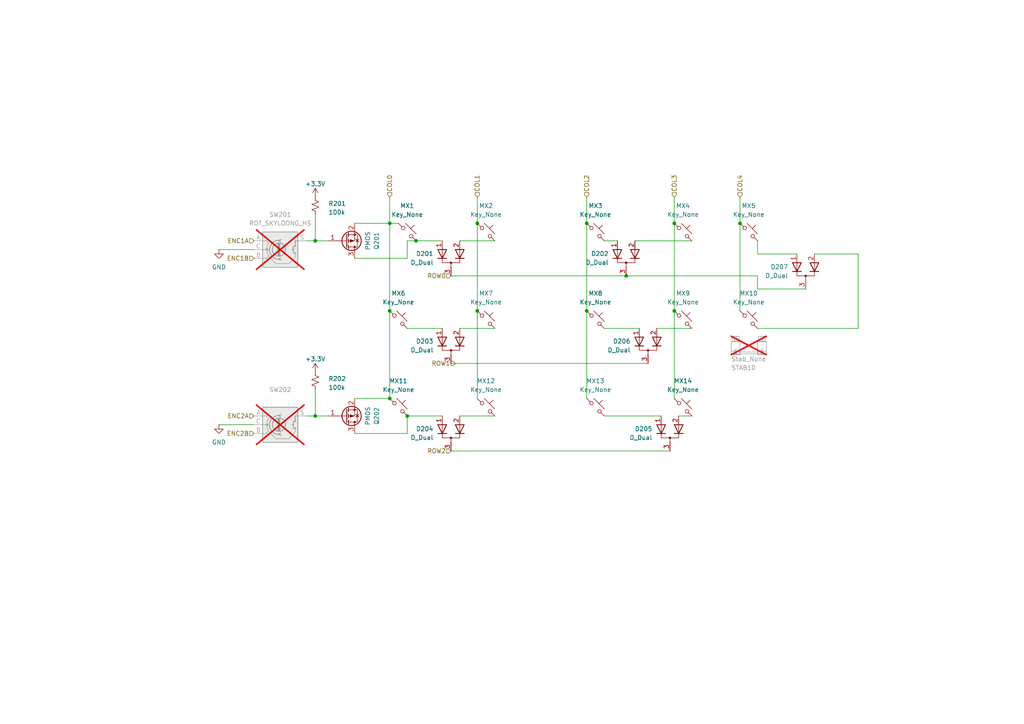
<source format=kicad_sch>
(kicad_sch (version 20231120) (generator "eeschema") (generator_version "8.0")
  (paper "A4")
  (lib_symbols
    (symbol "Device:D_Dual_CommonCathode_AAK_Parallel" (pin_names (offset 0.762) hide)
      (property "Reference" "D" (at 0 5.08 0))
      (property "Value" "D_Dual_CommonCathode_AAK_Parallel" (at 0 -5.08 0))
      (symbol "D_Dual_CommonCathode_AAK_Parallel_0_0"
        (polyline (pts (xy 0 -1.27) (xy 0 -3.81)) (stroke (width 0.254)))
        (polyline (pts (xy 0 1.27) (xy 0 3.81)) (stroke (width 0.254)))
      )
      (symbol "D_Dual_CommonCathode_AAK_Parallel_0_1"
        (polyline (pts (xy 1.27 0) (xy 2.54 0)))
        (polyline (pts (xy -2.54 -2.54) (xy 1.27 -2.54) (xy 1.27 2.54) (xy -2.54 2.54)))
        (polyline (pts (xy -2.54 -1.27) (xy 0 -2.54) (xy -2.54 -3.81) (xy -2.54 -1.27) (xy -2.54 -1.27) (xy -2.54 -1.27)) (stroke (width 0.254)))
        (polyline (pts (xy -2.54 3.81) (xy 0 2.54) (xy -2.54 1.27) (xy -2.54 3.81) (xy -2.54 3.81) (xy -2.54 3.81)) (stroke (width 0.254)))
        (circle (center 1.27 0) (radius 0.254) (fill (type outline)))
        (pin passive line (at -5.08 2.54 0) (length 2.54) (name "K") (number "1"))
        (pin passive line (at -5.08 -2.54 0) (length 2.54) (name "K") (number "2"))
        (pin passive line (at 5.08 0 180) (length 2.54) (name "A") (number "3"))
      )
    )
    (symbol "Device:Q_PMOS_GSD" (pin_names (offset 0) hide)
      (property "Reference" "Q" (at 5.08 1.27 0))
      (property "Value" "Q_PMOS_GSD" (at 5.08 -1.27 0))
      (symbol "Q_PMOS_GSD_0_1"
        (polyline (pts (xy 0.254 0) (xy -2.54 0)))
        (polyline (pts (xy 0.254 1.905) (xy 0.254 -1.905)) (stroke (width 0.254)))
        (polyline (pts (xy 0.762 -1.27) (xy 0.762 -2.286)) (stroke (width 0.254)))
        (polyline (pts (xy 0.762 0.508) (xy 0.762 -0.508)) (stroke (width 0.254)))
        (polyline (pts (xy 0.762 2.286) (xy 0.762 1.27)) (stroke (width 0.254)))
        (polyline (pts (xy 2.54 2.54) (xy 2.54 1.778)))
        (polyline (pts (xy 2.54 -2.54) (xy 2.54 0) (xy 0.762 0)))
        (polyline (pts (xy 0.762 1.778) (xy 3.302 1.778) (xy 3.302 -1.778) (xy 0.762 -1.778)))
        (polyline (pts (xy 2.286 0) (xy 1.27 0.381) (xy 1.27 -0.381) (xy 2.286 0)) (fill (type outline)))
        (polyline (pts (xy 2.794 -0.508) (xy 2.921 -0.381) (xy 3.683 -0.381) (xy 3.81 -0.254)))
        (polyline (pts (xy 3.302 -0.381) (xy 2.921 0.254) (xy 3.683 0.254) (xy 3.302 -0.381)))
        (circle (center 1.651 0) (radius 2.794) (stroke (width 0.254)))
        (circle (center 2.54 -1.778) (radius 0.254) (fill (type outline)))
        (circle (center 2.54 1.778) (radius 0.254) (fill (type outline)))
      )
      (symbol "Q_PMOS_GSD_1_1"
        (pin input line (at -5.08 0 0) (length 2.54) (name "G") (number "1"))
        (pin passive line (at 2.54 -5.08 90) (length 2.54) (name "S") (number "2"))
        (pin passive line (at 2.54 5.08 270) (length 2.54) (name "D") (number "3"))
      )
    )
    (symbol "Device:R_Small_US" (pin_numbers hide) (pin_names (offset 0.254) hide)
      (property "Reference" "R" (at 0.762 0.508 0))
      (property "Value" "R_Small_US" (at 0.762 -1.016 0))
      (symbol "R_Small_US_1_1"
        (polyline (pts (xy 0 0) (xy 1.016 -0.381) (xy 0 -0.762) (xy -1.016 -1.143) (xy 0 -1.524)))
        (polyline (pts (xy 0 1.524) (xy 1.016 1.143) (xy 0 0.762) (xy -1.016 0.381) (xy 0 0)))
        (pin passive line (at 0 2.54 270) (length 1.016) (name "~") (number "1"))
        (pin passive line (at 0 -2.54 90) (length 1.016) (name "~") (number "2"))
      )
    )
    (symbol "MX_stab" (pin_names (offset 1.016))
      (property "Reference" "STAB10" (at 109.22 41.91 0))
      (property "Value" "Stab_None" (at 109.22 39.37 0))
      (symbol "MX_stab_0_1"
        (rectangle (start -5.08 -1.524) (end -2.54 -2.54))
        (rectangle (start -5.08 1.27) (end -2.54 -2.54))
        (rectangle (start -4.826 2.794) (end -2.794 1.27))
        (rectangle (start -4.064 -2.286) (end -3.556 -1.016))
        (rectangle (start -4.064 -1.778) (end 4.064 -2.286))
        (rectangle (start -4.064 1.27) (end -3.556 2.794))
        (rectangle (start 2.54 -1.524) (end 5.08 -2.54))
        (rectangle (start 2.54 1.27) (end 5.08 -2.54))
        (rectangle (start 2.794 2.794) (end 4.826 1.27))
        (rectangle (start 3.556 1.27) (end 4.064 2.794))
        (rectangle (start 4.064 -2.286) (end 3.556 -1.016))
      )
    )
    (symbol "PCM_marbastlib-mx:MX_SW_HS_CPG151101S11" (pin_numbers hide) (pin_names (offset 1.016) hide)
      (property "Reference" "MX" (at 3.048 1.016 0))
      (property "Value" "MX_SW_HS" (at 0 -3.81 0))
      (symbol "MX_SW_HS_CPG151101S11_0_1"
        (circle (center -1.1684 1.1684) (radius 0.508))
        (polyline (pts (xy -0.508 2.54) (xy 2.54 -0.508)))
        (polyline (pts (xy 1.016 1.016) (xy 2.032 2.032)))
        (polyline (pts (xy -2.54 2.54) (xy -1.524 1.524) (xy -1.524 1.524)))
        (polyline (pts (xy 1.524 -1.524) (xy 2.54 -2.54) (xy 2.54 -2.54) (xy 2.54 -2.54)))
        (circle (center 1.143 -1.1938) (radius 0.508))
        (pin passive line (at -2.54 2.54 0) (length 0) (name "1") (number "1"))
        (pin passive line (at 2.54 -2.54 180) (length 0) (name "2") (number "2"))
      )
    )
    (symbol "PCM_marbastlib-mx:MX_SW_HS_KS-2P02B01-01" (pin_numbers hide) (pin_names (offset 1.016) hide)
      (property "Reference" "MX" (at 3.048 1.016 0))
      (property "Value" "MX_SW_HS" (at 0 -3.81 0))
      (symbol "MX_SW_HS_KS-2P02B01-01_0_1"
        (circle (center -1.1684 1.1684) (radius 0.508))
        (polyline (pts (xy -0.508 2.54) (xy 2.54 -0.508)))
        (polyline (pts (xy 1.016 1.016) (xy 2.032 2.032)))
        (polyline (pts (xy -2.54 2.54) (xy -1.524 1.524) (xy -1.524 1.524)))
        (polyline (pts (xy 1.524 -1.524) (xy 2.54 -2.54) (xy 2.54 -2.54) (xy 2.54 -2.54)))
        (circle (center 1.143 -1.1938) (radius 0.508))
        (pin passive line (at -2.54 2.54 0) (length 0) (name "1") (number "1"))
        (pin passive line (at 2.54 -2.54 180) (length 0) (name "2") (number "2"))
      )
    )
    (symbol "PCM_marbastlib-various:ROT_SKYLOONG_HS-Switch" (pin_names hide) (in_bom no)
      (property "Reference" "SW" (at 0 8.89 0))
      (property "Value" "ROT_SKYLOONG_HS" (at 0 6.35 0))
      (symbol "ROT_SKYLOONG_HS-Switch_0_1"
        (rectangle (start -5.08 5.08) (end 5.08 -5.08) (stroke (width 0.254)) (fill (type background)))
        (circle (center -3.81 0) (radius 0.254) (fill (type outline)))
        (circle (center -0.381 0) (radius 1.905) (stroke (width 0.254)))
        (arc (start -0.381 2.667) (mid -3.0988 -0.0635) (end -0.381 -2.794) (stroke (width 0.254)))
        (polyline (pts (xy -0.635 -1.778) (xy -0.635 1.778)) (stroke (width 0.254)))
        (polyline (pts (xy -0.381 -1.778) (xy -0.381 1.778)) (stroke (width 0.254)))
        (polyline (pts (xy -0.127 1.778) (xy -0.127 -1.778)) (stroke (width 0.254)))
        (polyline (pts (xy 3.81 0) (xy 3.429 0)) (stroke (width 0.254)))
        (polyline (pts (xy 3.81 1.016) (xy 3.81 -1.016)) (stroke (width 0.254)))
        (polyline (pts (xy -5.08 -2.54) (xy -3.81 -2.54) (xy -3.81 -2.032)))
        (polyline (pts (xy -5.08 2.54) (xy -3.81 2.54) (xy -3.81 2.032)))
        (polyline (pts (xy 0.254 -3.048) (xy -0.508 -2.794) (xy 0.127 -2.413)) (stroke (width 0.254)))
        (polyline (pts (xy 0.254 2.921) (xy -0.508 2.667) (xy 0.127 2.286)) (stroke (width 0.254)))
        (polyline (pts (xy 5.08 2.54) (xy 4.318 2.54) (xy 4.318 1.016)) (stroke (width 0.254)))
        (polyline (pts (xy -5.08 0) (xy -3.81 0) (xy -3.81 -1.016) (xy -3.302 -2.032)))
        (polyline (pts (xy -4.318 0) (xy -3.81 0) (xy -3.81 1.016) (xy -3.302 2.032)))
        (polyline (pts (xy -3.302 -2.032) (xy -1.27 -4.064) (xy 2.54 -4.064) (xy 4.318 -2.032) (xy 4.318 -1.016)))
        (circle (center 4.318 -1.016) (radius 0.127) (stroke (width 0.254)))
        (circle (center 4.318 1.016) (radius 0.127) (stroke (width 0.254)))
      )
      (symbol "ROT_SKYLOONG_HS-Switch_1_1"
        (pin passive line (at -7.62 2.54 0) (length 2.54) (name "A") (number "A"))
        (pin passive line (at -7.62 -2.54 0) (length 2.54) (name "B") (number "B"))
        (pin passive line (at -7.62 0 0) (length 2.54) (name "C") (number "C"))
        (pin passive line (at 7.62 2.54 180) (length 2.54) (name "S") (number "S"))
      )
    )
    (symbol "power:+3.3V" (power) (pin_names (offset 0))
      (property "Value" "+3.3V" (at 0 3.556 0))
      (symbol "+3.3V_0_1"
        (polyline (pts (xy -0.762 1.27) (xy 0 2.54)))
        (polyline (pts (xy 0 0) (xy 0 2.54)))
        (polyline (pts (xy 0 2.54) (xy 0.762 1.27)))
      )
      (symbol "+3.3V_1_1"
        (pin power_in line (at 0 0 90) (length 0) hide (name "+3.3V") (number "1"))
      )
    )
    (symbol "power:GND" (power) (pin_numbers hide) (pin_names (offset 0) hide)
      (property "Value" "GND" (at 0 -3.81 0))
      (symbol "GND_0_1"
        (polyline (pts (xy 0 0) (xy 0 -1.27) (xy 1.27 -1.27) (xy 0 -2.54) (xy -1.27 -1.27) (xy 0 -1.27)))
      )
      (symbol "GND_1_1"
        (pin power_in line (at 0 0 270) (length 0) (name "~") (number "1"))
      )
    )
  )
  (junction (at 120.65 69.85))
  (junction (at 195.58 64.77))
  (junction (at 170.18 90.17))
  (junction (at 195.58 90.17))
  (junction (at 181.61 80.01))
  (junction (at 91.44 120.65))
  (junction (at 118.11 120.65))
  (junction (at 214.63 64.77))
  (junction (at 91.44 69.85))
  (junction (at 113.03 115.57))
  (junction (at 170.18 64.77))
  (junction (at 113.03 64.77))
  (junction (at 138.43 90.17))
  (junction (at 138.43 64.77))
  (junction (at 113.03 90.17))
  (wire (pts (xy 195.58 90.17) (xy 195.58 115.57)))
  (wire (pts (xy 118.11 120.65) (xy 128.27 120.65)))
  (wire (pts (xy 130.81 130.81) (xy 194.31 130.81)))
  (wire (pts (xy 195.58 64.77) (xy 195.58 90.17)))
  (wire (pts (xy 91.44 120.65) (xy 95.25 120.65)))
  (wire (pts (xy 91.44 69.85) (xy 95.25 69.85)))
  (wire (pts (xy 120.65 69.85) (xy 128.27 69.85)))
  (wire (pts (xy 175.26 95.25) (xy 185.42 95.25)))
  (wire (pts (xy 175.26 69.85) (xy 179.07 69.85)))
  (wire (pts (xy 195.58 57.15) (xy 195.58 64.77)))
  (wire (pts (xy 170.18 57.15) (xy 170.18 64.77)))
  (wire (pts (xy 170.18 90.17) (xy 170.18 115.57)))
  (wire (pts (xy 175.26 120.65) (xy 191.77 120.65)))
  (wire (pts (xy 118.11 125.73) (xy 118.11 120.65)))
  (wire (pts (xy 219.71 95.25) (xy 248.92 95.25)))
  (wire (pts (xy 130.81 80.01) (xy 181.61 80.01)))
  (wire (pts (xy 219.71 83.82) (xy 233.68 83.82)))
  (wire (pts (xy 102.87 115.57) (xy 113.03 115.57)))
  (wire (pts (xy 113.03 64.77) (xy 115.57 64.77)))
  (wire (pts (xy 91.44 120.65) (xy 88.9 120.65)))
  (wire (pts (xy 181.61 80.01) (xy 219.71 80.01)))
  (wire (pts (xy 91.44 62.23) (xy 91.44 69.85)))
  (wire (pts (xy 133.35 120.65) (xy 143.51 120.65)))
  (wire (pts (xy 214.63 57.15) (xy 214.63 64.77)))
  (wire (pts (xy 138.43 90.17) (xy 138.43 115.57)))
  (wire (pts (xy 190.5 95.25) (xy 200.66 95.25)))
  (wire (pts (xy 133.35 69.85) (xy 143.51 69.85)))
  (wire (pts (xy 138.43 64.77) (xy 138.43 90.17)))
  (wire (pts (xy 118.11 69.85) (xy 120.65 69.85)))
  (wire (pts (xy 214.63 64.77) (xy 214.63 90.17)))
  (wire (pts (xy 91.44 69.85) (xy 88.9 69.85)))
  (wire (pts (xy 113.03 64.77) (xy 113.03 90.17)))
  (wire (pts (xy 130.81 105.41) (xy 187.96 105.41)))
  (wire (pts (xy 219.71 73.66) (xy 219.71 69.85)))
  (wire (pts (xy 91.44 113.03) (xy 91.44 120.65)))
  (wire (pts (xy 236.22 73.66) (xy 248.92 73.66)))
  (wire (pts (xy 102.87 74.93) (xy 118.11 74.93)))
  (wire (pts (xy 102.87 64.77) (xy 113.03 64.77)))
  (wire (pts (xy 184.15 69.85) (xy 200.66 69.85)))
  (wire (pts (xy 231.14 73.66) (xy 219.71 73.66)))
  (wire (pts (xy 63.5 123.19) (xy 73.66 123.19)))
  (wire (pts (xy 118.11 74.93) (xy 118.11 69.85)))
  (wire (pts (xy 138.43 57.15) (xy 138.43 64.77)))
  (wire (pts (xy 63.5 72.39) (xy 73.66 72.39)))
  (wire (pts (xy 248.92 73.66) (xy 248.92 95.25)))
  (wire (pts (xy 170.18 64.77) (xy 170.18 90.17)))
  (wire (pts (xy 133.35 95.25) (xy 143.51 95.25)))
  (wire (pts (xy 118.11 95.25) (xy 128.27 95.25)))
  (wire (pts (xy 102.87 125.73) (xy 118.11 125.73)))
  (wire (pts (xy 219.71 80.01) (xy 219.71 83.82)))
  (wire (pts (xy 196.85 120.65) (xy 200.66 120.65)))
  (wire (pts (xy 113.03 57.15) (xy 113.03 64.77)))
  (wire (pts (xy 113.03 90.17) (xy 113.03 115.57)))
  (hierarchical_label "ENC2B" (shape input) (at 73.66 125.73 180))
  (hierarchical_label "ROW2" (shape input) (at 130.81 130.81 180))
  (hierarchical_label "COL4" (shape input) (at 214.63 57.15 90))
  (hierarchical_label "ROW1" (shape input) (at 132.08 105.41 180))
  (hierarchical_label "ENC2A" (shape input) (at 73.66 120.65 180))
  (hierarchical_label "COL0" (shape input) (at 113.03 57.15 90))
  (hierarchical_label "ROW0" (shape input) (at 130.81 80.01 180))
  (hierarchical_label "ENC1B" (shape input) (at 73.66 74.93 180))
  (hierarchical_label "COL1" (shape input) (at 138.43 57.15 90))
  (hierarchical_label "ENC1A" (shape input) (at 73.66 69.85 180))
  (hierarchical_label "COL2" (shape input) (at 170.18 57.15 90))
  (hierarchical_label "COL3" (shape input) (at 195.58 57.15 90))
  (symbol (lib_id "PCM_marbastlib-mx:MX_SW_HS_CPG151101S11") (at 172.72 92.71 0) (unit 1)
    (property "Reference" "MX8" (at 172.72 85.09 0))
    (property "Value" "Key_None" (at 172.72 87.63 0))
    (property "Footprint" "PCM_marbastlib-mx:SW_MX_HS_CPG151101S11_1u" (effects (hide yes)))
    (property "Description" "Push button switch, normally open, two pins, 45° tilted, Kailh CPG151101S11 for Cherry MX style switches" (effects (hide yes)))
    (property "LCSC" "C5156480" (effects (hide yes)))
  )
  (symbol (lib_id "Device:Q_PMOS_GSD") (at 100.33 69.85 0) (mirror x) (unit 1)
    (property "Reference" "Q201" (at 109.22 69.85 90))
    (property "Value" "PMOS" (at 106.68 69.85 90))
    (property "Footprint" "Package_TO_SOT_SMD:SOT-23" (effects (hide yes)))
    (property "Sim.Device" "PMOS" (effects (hide yes)))
    (property "Sim.Type" "VDMOS" (effects (hide yes)))
    (property "Sim.Pins" "1=D 2=G 3=S" (effects (hide yes)))
    (property "LCSC" "C99272" (effects (hide yes)))
  )
  (symbol (lib_id "Device:D_Dual_CommonCathode_AAK_Parallel") (at 233.68 78.74 90) (mirror x) (unit 1)
    (property "Reference" "D207" (at 228.6 77.4064 90) (effects (justify left)))
    (property "Value" "D_Dual" (at 228.6 79.9464 90) (effects (justify left)))
    (property "Footprint" "Package_TO_SOT_SMD:SOT-23" (effects (hide yes)))
    (property "Description" "Dual diode, common anode on pin 1" (effects (hide yes)))
    (property "LCSC" "C68978" (effects (hide yes)))
  )
  (symbol (lib_id "Device:R_Small_US") (at 91.44 59.69 180) (unit 1)
    (property "Reference" "R201" (at 95.25 59.055 0) (effects (justify right)))
    (property "Value" "100k" (at 95.25 61.595 0) (effects (justify right)))
    (property "Footprint" "Resistor_SMD:R_0402_1005Metric" (effects (hide yes)))
    (property "LCSC" "C106234" (effects (hide yes)))
  )
  (symbol (lib_id "power:GND") (at 63.5 72.39 0) (unit 1)
    (property "Reference" "#PWR0204" (effects (hide yes)))
    (property "Value" "GND" (at 63.5 77.47 0))
    (property "Description" "Power symbol creates a global label with name \"GND\" , ground" (effects (hide yes)))
  )
  (symbol (lib_id "PCM_marbastlib-mx:MX_SW_HS_CPG151101S11") (at 198.12 67.31 0) (unit 1)
    (property "Reference" "MX4" (at 198.12 59.69 0))
    (property "Value" "Key_None" (at 198.12 62.23 0))
    (property "Footprint" "PCM_marbastlib-mx:SW_MX_HS_CPG151101S11_1u" (effects (hide yes)))
    (property "Description" "Push button switch, normally open, two pins, 45° tilted, Kailh CPG151101S11 for Cherry MX style switches" (effects (hide yes)))
    (property "LCSC" "C5156480" (effects (hide yes)))
  )
  (symbol (lib_id "PCM_marbastlib-mx:MX_SW_HS_CPG151101S11") (at 115.57 92.71 0) (unit 1)
    (property "Reference" "MX6" (at 115.57 85.09 0))
    (property "Value" "Key_None" (at 115.57 87.63 0))
    (property "Footprint" "PCM_marbastlib-mx:SW_MX_HS_CPG151101S11_1.25u" (effects (hide yes)))
    (property "Description" "Push button switch, normally open, two pins, 45° tilted, Kailh CPG151101S11 for Cherry MX style switches" (effects (hide yes)))
    (property "LCSC" "C5156480" (effects (hide yes)))
  )
  (symbol (lib_id "PCM_marbastlib-mx:MX_SW_HS_CPG151101S11") (at 198.12 118.11 0) (unit 1)
    (property "Reference" "MX14" (at 198.12 110.49 0))
    (property "Value" "Key_None" (at 198.12 113.03 0))
    (property "Footprint" "PCM_marbastlib-mx:SW_MX_HS_CPG151101S11_1u" (effects (hide yes)))
    (property "Description" "Push button switch, normally open, two pins, 45° tilted, Kailh CPG151101S11 for Cherry MX style switches" (effects (hide yes)))
    (property "LCSC" "C5156480" (effects (hide yes)))
  )
  (symbol (lib_id "PCM_marbastlib-mx:MX_SW_HS_CPG151101S11") (at 217.17 92.71 0) (unit 1)
    (property "Reference" "MX10" (at 217.17 85.09 0))
    (property "Value" "Key_None" (at 217.17 87.63 0))
    (property "Footprint" "PCM_marbastlib-mx:SW_MX_HS_CPG151101S11_1u" (effects (hide yes)))
    (property "Description" "Push button switch, normally open, two pins, 45° tilted, Kailh CPG151101S11 for Cherry MX style switches" (effects (hide yes)))
    (property "LCSC" "C5156480" (effects (hide yes)))
  )
  (symbol (lib_id "Device:D_Dual_CommonCathode_AAK_Parallel") (at 181.61 74.93 90) (mirror x) (unit 1)
    (property "Reference" "D202" (at 176.53 73.5964 90) (effects (justify left)))
    (property "Value" "D_Dual" (at 176.53 76.1364 90) (effects (justify left)))
    (property "Footprint" "Package_TO_SOT_SMD:SOT-23" (effects (hide yes)))
    (property "Description" "Dual diode, common anode on pin 1" (effects (hide yes)))
    (property "LCSC" "C68978" (effects (hide yes)))
  )
  (symbol (lib_id "Device:D_Dual_CommonCathode_AAK_Parallel") (at 187.96 100.33 90) (mirror x) (unit 1)
    (property "Reference" "D206" (at 182.88 98.9964 90) (effects (justify left)))
    (property "Value" "D_Dual" (at 182.88 101.5364 90) (effects (justify left)))
    (property "Footprint" "Package_TO_SOT_SMD:SOT-23" (effects (hide yes)))
    (property "Description" "Dual diode, common anode on pin 1" (effects (hide yes)))
    (property "LCSC" "C68978" (effects (hide yes)))
  )
  (symbol (lib_id "Device:D_Dual_CommonCathode_AAK_Parallel") (at 130.81 100.33 90) (mirror x) (unit 1)
    (property "Reference" "D203" (at 125.73 98.9964 90) (effects (justify left)))
    (property "Value" "D_Dual" (at 125.73 101.5364 90) (effects (justify left)))
    (property "Footprint" "Package_TO_SOT_SMD:SOT-23" (effects (hide yes)))
    (property "Description" "Dual diode, common anode on pin 1" (effects (hide yes)))
    (property "LCSC" "C68978" (effects (hide yes)))
  )
  (symbol (lib_id "power:+3.3V") (at 91.44 57.15 0) (unit 1)
    (property "Reference" "#PWR0201" (effects (hide yes)))
    (property "Value" "+3.3V" (at 91.44 53.34 0))
  )
  (symbol (lib_id "PCM_marbastlib-mx:MX_SW_HS_CPG151101S11") (at 172.72 118.11 0) (unit 1)
    (property "Reference" "MX13" (at 172.72 110.49 0))
    (property "Value" "Key_None" (at 172.72 113.03 0))
    (property "Footprint" "PCM_marbastlib-mx:SW_MX_HS_CPG151101S11_1u" (effects (hide yes)))
    (property "Description" "Push button switch, normally open, two pins, 45° tilted, Kailh CPG151101S11 for Cherry MX style switches" (effects (hide yes)))
    (property "LCSC" "C5156480" (effects (hide yes)))
  )
  (symbol (lib_id "PCM_marbastlib-mx:MX_SW_HS_CPG151101S11") (at 140.97 118.11 0) (unit 1)
    (property "Reference" "MX12" (at 140.97 110.49 0))
    (property "Value" "Key_None" (at 140.97 113.03 0))
    (property "Footprint" "PCM_marbastlib-mx:SW_MX_HS_CPG151101S11_1.5u" (effects (hide yes)))
    (property "Description" "Push button switch, normally open, two pins, 45° tilted, Kailh CPG151101S11 for Cherry MX style switches" (effects (hide yes)))
    (property "LCSC" "C5156480" (effects (hide yes)))
  )
  (symbol (lib_id "PCM_marbastlib-mx:MX_SW_HS_CPG151101S11") (at 198.12 92.71 0) (unit 1)
    (property "Reference" "MX9" (at 198.12 85.09 0))
    (property "Value" "Key_None" (at 198.12 87.63 0))
    (property "Footprint" "PCM_marbastlib-mx:SW_MX_HS_CPG151101S11_1u" (effects (hide yes)))
    (property "Description" "Push button switch, normally open, two pins, 45° tilted, Kailh CPG151101S11 for Cherry MX style switches" (effects (hide yes)))
    (property "LCSC" "C5156480" (effects (hide yes)))
  )
  (symbol (lib_name "MX_stab") (lib_id "marbastlib-mx:MX_stab") (at 217.17 100.33 0) (unit 1) (dnp yes)
    (property "Reference" "STAB10" (at 212.09 106.68 0) (effects (justify left)))
    (property "Value" "Stab_None" (at 212.09 104.14 0) (effects (justify left)))
    (property "Footprint" "PCM_marbastlib-mx:STAB_MX_P_ISO" (effects (hide yes)))
  )
  (symbol (lib_id "PCM_marbastlib-mx:MX_SW_HS_CPG151101S11") (at 217.17 67.31 0) (unit 1)
    (property "Reference" "MX5" (at 217.17 59.69 0))
    (property "Value" "Key_None" (at 217.17 62.23 0))
    (property "Footprint" "PCM_marbastlib-mx:SW_MX_HS_CPG151101S11_1.75u" (effects (hide yes)))
    (property "Description" "Push button switch, normally open, two pins, 45° tilted, Kailh CPG151101S11 for Cherry MX style switches" (effects (hide yes)))
    (property "LCSC" "C5156480" (effects (hide yes)))
  )
  (symbol (lib_id "PCM_marbastlib-various:ROT_SKYLOONG_HS-Switch") (at 81.28 123.19 0) (unit 1) (in_bom no) (dnp yes)
    (property "Reference" "SW202" (at 81.28 113.03 0))
    (property "Value" "ROT_SKYLOONG_HS" (effects (hide yes)))
    (property "Footprint" "PCM_marbastlib-various:ROT_SKYLOONG_HS-Switch" (effects (hide yes)))
    (property "Datasheet" "https://skyloong.vip/products/abs-hot-swappable-knobs-madule" (effects (hide yes)))
    (property "Description" "SKYLOONG hotswap encoder module" (effects (hide yes)))
  )
  (symbol (lib_id "PCM_marbastlib-mx:MX_SW_HS_KS-2P02B01-01") (at 118.11 67.31 0) (unit 1)
    (property "Reference" "MX1" (at 118.11 59.69 0))
    (property "Value" "Key_None" (at 118.11 62.23 0))
    (property "Footprint" "PCM_marbastlib-mx:SW_MX_HS_CPG151101S11_1u" (effects (hide yes)))
    (property "Description" "Push button switch, normally open, two pins, 45° tilted, Gateron KS-2P02B01-01 for Cherry MX style switches" (effects (hide yes)))
    (property "LCSC" "C5156480" (effects (hide yes)))
  )
  (symbol (lib_id "Device:D_Dual_CommonCathode_AAK_Parallel") (at 130.81 125.73 90) (mirror x) (unit 1)
    (property "Reference" "D204" (at 125.73 124.3964 90) (effects (justify left)))
    (property "Value" "D_Dual" (at 125.73 126.9364 90) (effects (justify left)))
    (property "Footprint" "Package_TO_SOT_SMD:SOT-23" (effects (hide yes)))
    (property "Description" "Dual diode, common anode on pin 1" (effects (hide yes)))
    (property "LCSC" "C68978" (effects (hide yes)))
  )
  (symbol (lib_id "PCM_marbastlib-various:ROT_SKYLOONG_HS-Switch") (at 81.28 72.39 0) (unit 1) (in_bom no) (dnp yes)
    (property "Reference" "SW201" (at 81.28 62.23 0))
    (property "Value" "ROT_SKYLOONG_HS" (at 81.28 64.77 0))
    (property "Footprint" "PCM_marbastlib-various:ROT_SKYLOONG_HS-Switch" (effects (hide yes)))
    (property "Datasheet" "https://skyloong.vip/products/abs-hot-swappable-knobs-madule" (effects (hide yes)))
    (property "Description" "SKYLOONG hotswap encoder module" (effects (hide yes)))
  )
  (symbol (lib_id "PCM_marbastlib-mx:MX_SW_HS_CPG151101S11") (at 172.72 67.31 0) (unit 1)
    (property "Reference" "MX3" (at 172.72 59.69 0))
    (property "Value" "Key_None" (at 172.72 62.23 0))
    (property "Footprint" "PCM_marbastlib-mx:SW_MX_HS_CPG151101S11_1u" (effects (hide yes)))
    (property "Description" "Push button switch, normally open, two pins, 45° tilted, Kailh CPG151101S11 for Cherry MX style switches" (effects (hide yes)))
    (property "LCSC" "C5156480" (effects (hide yes)))
  )
  (symbol (lib_id "power:GND") (at 63.5 123.19 0) (unit 1)
    (property "Reference" "#PWR0203" (effects (hide yes)))
    (property "Value" "GND" (at 63.5 128.27 0))
    (property "Description" "Power symbol creates a global label with name \"GND\" , ground" (effects (hide yes)))
  )
  (symbol (lib_id "Device:Q_PMOS_GSD") (at 100.33 120.65 0) (mirror x) (unit 1)
    (property "Reference" "Q202" (at 109.22 120.65 90))
    (property "Value" "PMOS" (at 106.68 120.65 90))
    (property "Footprint" "Package_TO_SOT_SMD:SOT-23" (effects (hide yes)))
    (property "Sim.Device" "PMOS" (effects (hide yes)))
    (property "Sim.Type" "VDMOS" (effects (hide yes)))
    (property "Sim.Pins" "1=D 2=G 3=S" (effects (hide yes)))
    (property "LCSC" "C99272" (effects (hide yes)))
  )
  (symbol (lib_id "Device:D_Dual_CommonCathode_AAK_Parallel") (at 130.81 74.93 90) (mirror x) (unit 1)
    (property "Reference" "D201" (at 125.73 73.5964 90) (effects (justify left)))
    (property "Value" "D_Dual" (at 125.73 76.1364 90) (effects (justify left)))
    (property "Footprint" "Package_TO_SOT_SMD:SOT-23" (effects (hide yes)))
    (property "Description" "Dual diode, common anode on pin 1" (effects (hide yes)))
    (property "LCSC" "C68978" (effects (hide yes)))
  )
  (symbol (lib_id "Device:D_Dual_CommonCathode_AAK_Parallel") (at 194.31 125.73 90) (mirror x) (unit 1)
    (property "Reference" "D205" (at 189.23 124.3964 90) (effects (justify left)))
    (property "Value" "D_Dual" (at 189.23 126.9364 90) (effects (justify left)))
    (property "Footprint" "Package_TO_SOT_SMD:SOT-23" (effects (hide yes)))
    (property "Description" "Dual diode, common anode on pin 1" (effects (hide yes)))
    (property "LCSC" "C68978" (effects (hide yes)))
  )
  (symbol (lib_id "Device:R_Small_US") (at 91.44 110.49 180) (unit 1)
    (property "Reference" "R202" (at 95.25 109.855 0) (effects (justify right)))
    (property "Value" "100k" (at 95.25 112.395 0) (effects (justify right)))
    (property "Footprint" "Resistor_SMD:R_0402_1005Metric" (effects (hide yes)))
    (property "LCSC" "C106234" (effects (hide yes)))
  )
  (symbol (lib_id "PCM_marbastlib-mx:MX_SW_HS_CPG151101S11") (at 140.97 92.71 0) (unit 1)
    (property "Reference" "MX7" (at 140.97 85.09 0))
    (property "Value" "Key_None" (at 140.97 87.63 0))
    (property "Footprint" "PCM_marbastlib-mx:SW_MX_HS_CPG151101S11_1u" (effects (hide yes)))
    (property "Description" "Push button switch, normally open, two pins, 45° tilted, Kailh CPG151101S11 for Cherry MX style switches" (effects (hide yes)))
    (property "LCSC" "C5156480" (effects (hide yes)))
  )
  (symbol (lib_id "power:+3.3V") (at 91.44 107.95 0) (unit 1)
    (property "Reference" "#PWR0202" (effects (hide yes)))
    (property "Value" "+3.3V" (at 91.44 104.14 0))
  )
  (symbol (lib_id "PCM_marbastlib-mx:MX_SW_HS_CPG151101S11") (at 115.57 118.11 0) (unit 1)
    (property "Reference" "MX11" (at 115.57 110.49 0))
    (property "Value" "Key_None" (at 115.57 113.03 0))
    (property "Footprint" "PCM_marbastlib-mx:SW_MX_HS_CPG151101S11_1u" (effects (hide yes)))
    (property "Description" "Push button switch, normally open, two pins, 45° tilted, Kailh CPG151101S11 for Cherry MX style switches" (effects (hide yes)))
    (property "LCSC" "C5156480" (effects (hide yes)))
  )
  (symbol (lib_id "PCM_marbastlib-mx:MX_SW_HS_CPG151101S11") (at 140.97 67.31 0) (unit 1)
    (property "Reference" "MX2" (at 140.97 59.69 0))
    (property "Value" "Key_None" (at 140.97 62.23 0))
    (property "Footprint" "PCM_marbastlib-mx:SW_MX_HS_CPG151101S11_1u" (effects (hide yes)))
    (property "Description" "Push button switch, normally open, two pins, 45° tilted, Kailh CPG151101S11 for Cherry MX style switches" (effects (hide yes)))
    (property "LCSC" "C5156480" (effects (hide yes)))
  )
)
</source>
